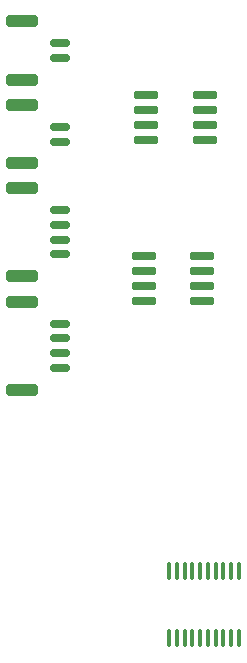
<source format=gbr>
%TF.GenerationSoftware,KiCad,Pcbnew,7.0.7*%
%TF.CreationDate,2024-02-01T11:26:11-05:00*%
%TF.ProjectId,ROSE-PILK_v1,524f5345-2d50-4494-9c4b-5f76312e6b69,rev?*%
%TF.SameCoordinates,Original*%
%TF.FileFunction,Paste,Top*%
%TF.FilePolarity,Positive*%
%FSLAX46Y46*%
G04 Gerber Fmt 4.6, Leading zero omitted, Abs format (unit mm)*
G04 Created by KiCad (PCBNEW 7.0.7) date 2024-02-01 11:26:11*
%MOMM*%
%LPD*%
G01*
G04 APERTURE LIST*
G04 Aperture macros list*
%AMRoundRect*
0 Rectangle with rounded corners*
0 $1 Rounding radius*
0 $2 $3 $4 $5 $6 $7 $8 $9 X,Y pos of 4 corners*
0 Add a 4 corners polygon primitive as box body*
4,1,4,$2,$3,$4,$5,$6,$7,$8,$9,$2,$3,0*
0 Add four circle primitives for the rounded corners*
1,1,$1+$1,$2,$3*
1,1,$1+$1,$4,$5*
1,1,$1+$1,$6,$7*
1,1,$1+$1,$8,$9*
0 Add four rect primitives between the rounded corners*
20,1,$1+$1,$2,$3,$4,$5,0*
20,1,$1+$1,$4,$5,$6,$7,0*
20,1,$1+$1,$6,$7,$8,$9,0*
20,1,$1+$1,$8,$9,$2,$3,0*%
G04 Aperture macros list end*
%ADD10RoundRect,0.042000X0.943000X0.258000X-0.943000X0.258000X-0.943000X-0.258000X0.943000X-0.258000X0*%
%ADD11RoundRect,0.100000X-0.100000X0.637500X-0.100000X-0.637500X0.100000X-0.637500X0.100000X0.637500X0*%
%ADD12RoundRect,0.150000X-0.700000X0.150000X-0.700000X-0.150000X0.700000X-0.150000X0.700000X0.150000X0*%
%ADD13RoundRect,0.250000X-1.100000X0.250000X-1.100000X-0.250000X1.100000X-0.250000X1.100000X0.250000X0*%
G04 APERTURE END LIST*
D10*
%TO.C,U7*%
X165470000Y-106605000D03*
X165470000Y-105335000D03*
X165470000Y-104065000D03*
X165470000Y-102795000D03*
X160530000Y-102795000D03*
X160530000Y-104065000D03*
X160530000Y-105335000D03*
X160530000Y-106605000D03*
%TD*%
D11*
%TO.C,U2*%
X168550000Y-129475000D03*
X167900000Y-129475000D03*
X167250000Y-129475000D03*
X166600000Y-129475000D03*
X165950000Y-129475000D03*
X165300000Y-129475000D03*
X164650000Y-129475000D03*
X164000000Y-129475000D03*
X163350000Y-129475000D03*
X162700000Y-129475000D03*
X162700000Y-135200000D03*
X163350000Y-135200000D03*
X164000000Y-135200000D03*
X164650000Y-135200000D03*
X165300000Y-135200000D03*
X165950000Y-135200000D03*
X166600000Y-135200000D03*
X167250000Y-135200000D03*
X167900000Y-135200000D03*
X168550000Y-135200000D03*
%TD*%
D12*
%TO.C,J6*%
X153400000Y-98925000D03*
X153400000Y-100175000D03*
X153400000Y-101425000D03*
X153400000Y-102675000D03*
D13*
X150200000Y-97075000D03*
X150200000Y-104525000D03*
%TD*%
D12*
%TO.C,J5*%
X153400000Y-91875000D03*
X153400000Y-93125000D03*
D13*
X150200000Y-90025000D03*
X150200000Y-94975000D03*
%TD*%
D12*
%TO.C,J4*%
X153400000Y-108550000D03*
X153400000Y-109800000D03*
X153400000Y-111050000D03*
X153400000Y-112300000D03*
D13*
X150200000Y-106700000D03*
X150200000Y-114150000D03*
%TD*%
D12*
%TO.C,J3*%
X153400000Y-84775000D03*
X153400000Y-86025000D03*
D13*
X150200000Y-82925000D03*
X150200000Y-87875000D03*
%TD*%
D10*
%TO.C,U5*%
X165670000Y-93005000D03*
X165670000Y-91735000D03*
X165670000Y-90465000D03*
X165670000Y-89195000D03*
X160730000Y-89195000D03*
X160730000Y-90465000D03*
X160730000Y-91735000D03*
X160730000Y-93005000D03*
%TD*%
M02*

</source>
